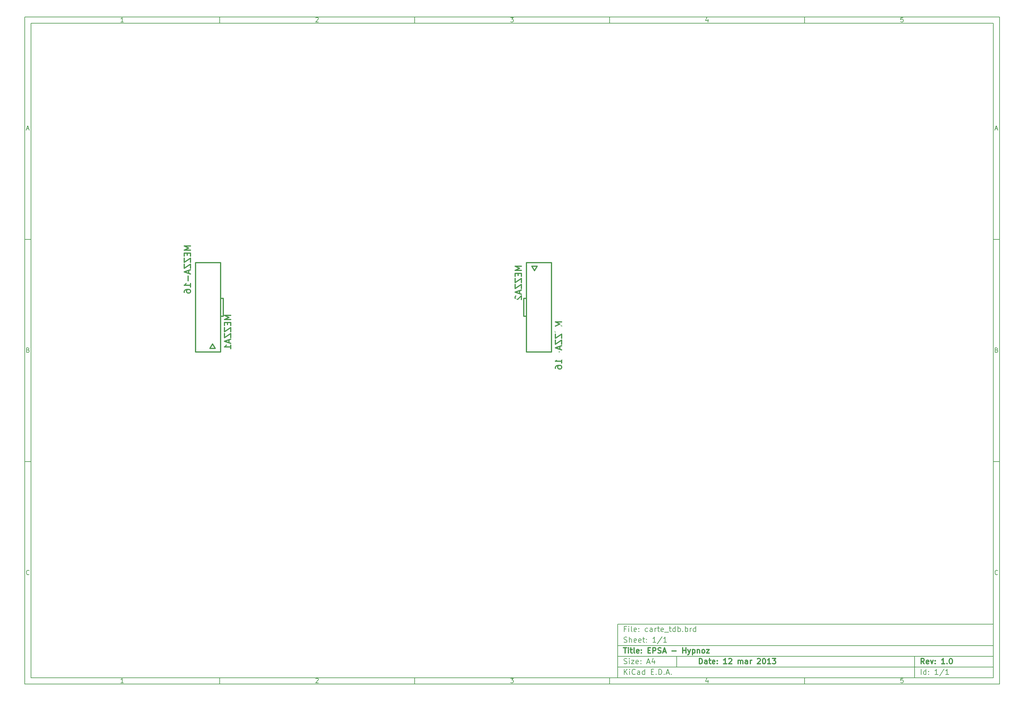
<source format=gbo>
G04 (created by PCBNEW-RS274X (2012-01-19 BZR 3256)-stable) date 12/03/2013 15:54:09*
G01*
G70*
G90*
%MOIN*%
G04 Gerber Fmt 3.4, Leading zero omitted, Abs format*
%FSLAX34Y34*%
G04 APERTURE LIST*
%ADD10C,0.006000*%
%ADD11C,0.012000*%
%ADD12C,0.014000*%
%ADD13C,0.095000*%
%ADD14R,0.095000X0.095000*%
%ADD15R,0.082000X0.110000*%
%ADD16O,0.082000X0.110000*%
%ADD17C,0.235000*%
%ADD18R,0.105000X0.105000*%
%ADD19C,0.105000*%
%ADD20R,0.075000X0.075000*%
%ADD21C,0.085000*%
%ADD22R,0.110000X0.082000*%
%ADD23O,0.110000X0.082000*%
%ADD24R,0.370000X0.370000*%
%ADD25C,0.295600*%
%ADD26R,0.085000X0.085000*%
G04 APERTURE END LIST*
G54D10*
X04000Y-04000D02*
X113000Y-04000D01*
X113000Y-78670D01*
X04000Y-78670D01*
X04000Y-04000D01*
X04700Y-04700D02*
X112300Y-04700D01*
X112300Y-77970D01*
X04700Y-77970D01*
X04700Y-04700D01*
X25800Y-04000D02*
X25800Y-04700D01*
X15043Y-04552D02*
X14757Y-04552D01*
X14900Y-04552D02*
X14900Y-04052D01*
X14852Y-04124D01*
X14805Y-04171D01*
X14757Y-04195D01*
X25800Y-78670D02*
X25800Y-77970D01*
X15043Y-78522D02*
X14757Y-78522D01*
X14900Y-78522D02*
X14900Y-78022D01*
X14852Y-78094D01*
X14805Y-78141D01*
X14757Y-78165D01*
X47600Y-04000D02*
X47600Y-04700D01*
X36557Y-04100D02*
X36581Y-04076D01*
X36629Y-04052D01*
X36748Y-04052D01*
X36795Y-04076D01*
X36819Y-04100D01*
X36843Y-04148D01*
X36843Y-04195D01*
X36819Y-04267D01*
X36533Y-04552D01*
X36843Y-04552D01*
X47600Y-78670D02*
X47600Y-77970D01*
X36557Y-78070D02*
X36581Y-78046D01*
X36629Y-78022D01*
X36748Y-78022D01*
X36795Y-78046D01*
X36819Y-78070D01*
X36843Y-78118D01*
X36843Y-78165D01*
X36819Y-78237D01*
X36533Y-78522D01*
X36843Y-78522D01*
X69400Y-04000D02*
X69400Y-04700D01*
X58333Y-04052D02*
X58643Y-04052D01*
X58476Y-04243D01*
X58548Y-04243D01*
X58595Y-04267D01*
X58619Y-04290D01*
X58643Y-04338D01*
X58643Y-04457D01*
X58619Y-04505D01*
X58595Y-04529D01*
X58548Y-04552D01*
X58405Y-04552D01*
X58357Y-04529D01*
X58333Y-04505D01*
X69400Y-78670D02*
X69400Y-77970D01*
X58333Y-78022D02*
X58643Y-78022D01*
X58476Y-78213D01*
X58548Y-78213D01*
X58595Y-78237D01*
X58619Y-78260D01*
X58643Y-78308D01*
X58643Y-78427D01*
X58619Y-78475D01*
X58595Y-78499D01*
X58548Y-78522D01*
X58405Y-78522D01*
X58357Y-78499D01*
X58333Y-78475D01*
X91200Y-04000D02*
X91200Y-04700D01*
X80395Y-04219D02*
X80395Y-04552D01*
X80276Y-04029D02*
X80157Y-04386D01*
X80467Y-04386D01*
X91200Y-78670D02*
X91200Y-77970D01*
X80395Y-78189D02*
X80395Y-78522D01*
X80276Y-77999D02*
X80157Y-78356D01*
X80467Y-78356D01*
X102219Y-04052D02*
X101981Y-04052D01*
X101957Y-04290D01*
X101981Y-04267D01*
X102029Y-04243D01*
X102148Y-04243D01*
X102195Y-04267D01*
X102219Y-04290D01*
X102243Y-04338D01*
X102243Y-04457D01*
X102219Y-04505D01*
X102195Y-04529D01*
X102148Y-04552D01*
X102029Y-04552D01*
X101981Y-04529D01*
X101957Y-04505D01*
X102219Y-78022D02*
X101981Y-78022D01*
X101957Y-78260D01*
X101981Y-78237D01*
X102029Y-78213D01*
X102148Y-78213D01*
X102195Y-78237D01*
X102219Y-78260D01*
X102243Y-78308D01*
X102243Y-78427D01*
X102219Y-78475D01*
X102195Y-78499D01*
X102148Y-78522D01*
X102029Y-78522D01*
X101981Y-78499D01*
X101957Y-78475D01*
X04000Y-28890D02*
X04700Y-28890D01*
X04231Y-16510D02*
X04469Y-16510D01*
X04184Y-16652D02*
X04350Y-16152D01*
X04517Y-16652D01*
X113000Y-28890D02*
X112300Y-28890D01*
X112531Y-16510D02*
X112769Y-16510D01*
X112484Y-16652D02*
X112650Y-16152D01*
X112817Y-16652D01*
X04000Y-53780D02*
X04700Y-53780D01*
X04386Y-41280D02*
X04457Y-41304D01*
X04481Y-41328D01*
X04505Y-41376D01*
X04505Y-41447D01*
X04481Y-41495D01*
X04457Y-41519D01*
X04410Y-41542D01*
X04219Y-41542D01*
X04219Y-41042D01*
X04386Y-41042D01*
X04433Y-41066D01*
X04457Y-41090D01*
X04481Y-41138D01*
X04481Y-41185D01*
X04457Y-41233D01*
X04433Y-41257D01*
X04386Y-41280D01*
X04219Y-41280D01*
X113000Y-53780D02*
X112300Y-53780D01*
X112686Y-41280D02*
X112757Y-41304D01*
X112781Y-41328D01*
X112805Y-41376D01*
X112805Y-41447D01*
X112781Y-41495D01*
X112757Y-41519D01*
X112710Y-41542D01*
X112519Y-41542D01*
X112519Y-41042D01*
X112686Y-41042D01*
X112733Y-41066D01*
X112757Y-41090D01*
X112781Y-41138D01*
X112781Y-41185D01*
X112757Y-41233D01*
X112733Y-41257D01*
X112686Y-41280D01*
X112519Y-41280D01*
X04505Y-66385D02*
X04481Y-66409D01*
X04410Y-66432D01*
X04362Y-66432D01*
X04290Y-66409D01*
X04243Y-66361D01*
X04219Y-66313D01*
X04195Y-66218D01*
X04195Y-66147D01*
X04219Y-66051D01*
X04243Y-66004D01*
X04290Y-65956D01*
X04362Y-65932D01*
X04410Y-65932D01*
X04481Y-65956D01*
X04505Y-65980D01*
X112805Y-66385D02*
X112781Y-66409D01*
X112710Y-66432D01*
X112662Y-66432D01*
X112590Y-66409D01*
X112543Y-66361D01*
X112519Y-66313D01*
X112495Y-66218D01*
X112495Y-66147D01*
X112519Y-66051D01*
X112543Y-66004D01*
X112590Y-65956D01*
X112662Y-65932D01*
X112710Y-65932D01*
X112781Y-65956D01*
X112805Y-65980D01*
G54D11*
X79443Y-76413D02*
X79443Y-75813D01*
X79586Y-75813D01*
X79671Y-75841D01*
X79729Y-75899D01*
X79757Y-75956D01*
X79786Y-76070D01*
X79786Y-76156D01*
X79757Y-76270D01*
X79729Y-76327D01*
X79671Y-76384D01*
X79586Y-76413D01*
X79443Y-76413D01*
X80300Y-76413D02*
X80300Y-76099D01*
X80271Y-76041D01*
X80214Y-76013D01*
X80100Y-76013D01*
X80043Y-76041D01*
X80300Y-76384D02*
X80243Y-76413D01*
X80100Y-76413D01*
X80043Y-76384D01*
X80014Y-76327D01*
X80014Y-76270D01*
X80043Y-76213D01*
X80100Y-76184D01*
X80243Y-76184D01*
X80300Y-76156D01*
X80500Y-76013D02*
X80729Y-76013D01*
X80586Y-75813D02*
X80586Y-76327D01*
X80614Y-76384D01*
X80672Y-76413D01*
X80729Y-76413D01*
X81157Y-76384D02*
X81100Y-76413D01*
X80986Y-76413D01*
X80929Y-76384D01*
X80900Y-76327D01*
X80900Y-76099D01*
X80929Y-76041D01*
X80986Y-76013D01*
X81100Y-76013D01*
X81157Y-76041D01*
X81186Y-76099D01*
X81186Y-76156D01*
X80900Y-76213D01*
X81443Y-76356D02*
X81471Y-76384D01*
X81443Y-76413D01*
X81414Y-76384D01*
X81443Y-76356D01*
X81443Y-76413D01*
X81443Y-76041D02*
X81471Y-76070D01*
X81443Y-76099D01*
X81414Y-76070D01*
X81443Y-76041D01*
X81443Y-76099D01*
X82500Y-76413D02*
X82157Y-76413D01*
X82329Y-76413D02*
X82329Y-75813D01*
X82272Y-75899D01*
X82214Y-75956D01*
X82157Y-75984D01*
X82728Y-75870D02*
X82757Y-75841D01*
X82814Y-75813D01*
X82957Y-75813D01*
X83014Y-75841D01*
X83043Y-75870D01*
X83071Y-75927D01*
X83071Y-75984D01*
X83043Y-76070D01*
X82700Y-76413D01*
X83071Y-76413D01*
X83785Y-76413D02*
X83785Y-76013D01*
X83785Y-76070D02*
X83813Y-76041D01*
X83871Y-76013D01*
X83956Y-76013D01*
X84013Y-76041D01*
X84042Y-76099D01*
X84042Y-76413D01*
X84042Y-76099D02*
X84071Y-76041D01*
X84128Y-76013D01*
X84213Y-76013D01*
X84271Y-76041D01*
X84299Y-76099D01*
X84299Y-76413D01*
X84842Y-76413D02*
X84842Y-76099D01*
X84813Y-76041D01*
X84756Y-76013D01*
X84642Y-76013D01*
X84585Y-76041D01*
X84842Y-76384D02*
X84785Y-76413D01*
X84642Y-76413D01*
X84585Y-76384D01*
X84556Y-76327D01*
X84556Y-76270D01*
X84585Y-76213D01*
X84642Y-76184D01*
X84785Y-76184D01*
X84842Y-76156D01*
X85128Y-76413D02*
X85128Y-76013D01*
X85128Y-76127D02*
X85156Y-76070D01*
X85185Y-76041D01*
X85242Y-76013D01*
X85299Y-76013D01*
X85927Y-75870D02*
X85956Y-75841D01*
X86013Y-75813D01*
X86156Y-75813D01*
X86213Y-75841D01*
X86242Y-75870D01*
X86270Y-75927D01*
X86270Y-75984D01*
X86242Y-76070D01*
X85899Y-76413D01*
X86270Y-76413D01*
X86641Y-75813D02*
X86698Y-75813D01*
X86755Y-75841D01*
X86784Y-75870D01*
X86813Y-75927D01*
X86841Y-76041D01*
X86841Y-76184D01*
X86813Y-76299D01*
X86784Y-76356D01*
X86755Y-76384D01*
X86698Y-76413D01*
X86641Y-76413D01*
X86584Y-76384D01*
X86555Y-76356D01*
X86527Y-76299D01*
X86498Y-76184D01*
X86498Y-76041D01*
X86527Y-75927D01*
X86555Y-75870D01*
X86584Y-75841D01*
X86641Y-75813D01*
X87412Y-76413D02*
X87069Y-76413D01*
X87241Y-76413D02*
X87241Y-75813D01*
X87184Y-75899D01*
X87126Y-75956D01*
X87069Y-75984D01*
X87612Y-75813D02*
X87983Y-75813D01*
X87783Y-76041D01*
X87869Y-76041D01*
X87926Y-76070D01*
X87955Y-76099D01*
X87983Y-76156D01*
X87983Y-76299D01*
X87955Y-76356D01*
X87926Y-76384D01*
X87869Y-76413D01*
X87697Y-76413D01*
X87640Y-76384D01*
X87612Y-76356D01*
G54D10*
X71043Y-77613D02*
X71043Y-77013D01*
X71386Y-77613D02*
X71129Y-77270D01*
X71386Y-77013D02*
X71043Y-77356D01*
X71643Y-77613D02*
X71643Y-77213D01*
X71643Y-77013D02*
X71614Y-77041D01*
X71643Y-77070D01*
X71671Y-77041D01*
X71643Y-77013D01*
X71643Y-77070D01*
X72272Y-77556D02*
X72243Y-77584D01*
X72157Y-77613D01*
X72100Y-77613D01*
X72015Y-77584D01*
X71957Y-77527D01*
X71929Y-77470D01*
X71900Y-77356D01*
X71900Y-77270D01*
X71929Y-77156D01*
X71957Y-77099D01*
X72015Y-77041D01*
X72100Y-77013D01*
X72157Y-77013D01*
X72243Y-77041D01*
X72272Y-77070D01*
X72786Y-77613D02*
X72786Y-77299D01*
X72757Y-77241D01*
X72700Y-77213D01*
X72586Y-77213D01*
X72529Y-77241D01*
X72786Y-77584D02*
X72729Y-77613D01*
X72586Y-77613D01*
X72529Y-77584D01*
X72500Y-77527D01*
X72500Y-77470D01*
X72529Y-77413D01*
X72586Y-77384D01*
X72729Y-77384D01*
X72786Y-77356D01*
X73329Y-77613D02*
X73329Y-77013D01*
X73329Y-77584D02*
X73272Y-77613D01*
X73158Y-77613D01*
X73100Y-77584D01*
X73072Y-77556D01*
X73043Y-77499D01*
X73043Y-77327D01*
X73072Y-77270D01*
X73100Y-77241D01*
X73158Y-77213D01*
X73272Y-77213D01*
X73329Y-77241D01*
X74072Y-77299D02*
X74272Y-77299D01*
X74358Y-77613D02*
X74072Y-77613D01*
X74072Y-77013D01*
X74358Y-77013D01*
X74615Y-77556D02*
X74643Y-77584D01*
X74615Y-77613D01*
X74586Y-77584D01*
X74615Y-77556D01*
X74615Y-77613D01*
X74901Y-77613D02*
X74901Y-77013D01*
X75044Y-77013D01*
X75129Y-77041D01*
X75187Y-77099D01*
X75215Y-77156D01*
X75244Y-77270D01*
X75244Y-77356D01*
X75215Y-77470D01*
X75187Y-77527D01*
X75129Y-77584D01*
X75044Y-77613D01*
X74901Y-77613D01*
X75501Y-77556D02*
X75529Y-77584D01*
X75501Y-77613D01*
X75472Y-77584D01*
X75501Y-77556D01*
X75501Y-77613D01*
X75758Y-77441D02*
X76044Y-77441D01*
X75701Y-77613D02*
X75901Y-77013D01*
X76101Y-77613D01*
X76301Y-77556D02*
X76329Y-77584D01*
X76301Y-77613D01*
X76272Y-77584D01*
X76301Y-77556D01*
X76301Y-77613D01*
G54D11*
X104586Y-76413D02*
X104386Y-76127D01*
X104243Y-76413D02*
X104243Y-75813D01*
X104471Y-75813D01*
X104529Y-75841D01*
X104557Y-75870D01*
X104586Y-75927D01*
X104586Y-76013D01*
X104557Y-76070D01*
X104529Y-76099D01*
X104471Y-76127D01*
X104243Y-76127D01*
X105071Y-76384D02*
X105014Y-76413D01*
X104900Y-76413D01*
X104843Y-76384D01*
X104814Y-76327D01*
X104814Y-76099D01*
X104843Y-76041D01*
X104900Y-76013D01*
X105014Y-76013D01*
X105071Y-76041D01*
X105100Y-76099D01*
X105100Y-76156D01*
X104814Y-76213D01*
X105300Y-76013D02*
X105443Y-76413D01*
X105585Y-76013D01*
X105814Y-76356D02*
X105842Y-76384D01*
X105814Y-76413D01*
X105785Y-76384D01*
X105814Y-76356D01*
X105814Y-76413D01*
X105814Y-76041D02*
X105842Y-76070D01*
X105814Y-76099D01*
X105785Y-76070D01*
X105814Y-76041D01*
X105814Y-76099D01*
X106871Y-76413D02*
X106528Y-76413D01*
X106700Y-76413D02*
X106700Y-75813D01*
X106643Y-75899D01*
X106585Y-75956D01*
X106528Y-75984D01*
X107128Y-76356D02*
X107156Y-76384D01*
X107128Y-76413D01*
X107099Y-76384D01*
X107128Y-76356D01*
X107128Y-76413D01*
X107528Y-75813D02*
X107585Y-75813D01*
X107642Y-75841D01*
X107671Y-75870D01*
X107700Y-75927D01*
X107728Y-76041D01*
X107728Y-76184D01*
X107700Y-76299D01*
X107671Y-76356D01*
X107642Y-76384D01*
X107585Y-76413D01*
X107528Y-76413D01*
X107471Y-76384D01*
X107442Y-76356D01*
X107414Y-76299D01*
X107385Y-76184D01*
X107385Y-76041D01*
X107414Y-75927D01*
X107442Y-75870D01*
X107471Y-75841D01*
X107528Y-75813D01*
G54D10*
X71014Y-76384D02*
X71100Y-76413D01*
X71243Y-76413D01*
X71300Y-76384D01*
X71329Y-76356D01*
X71357Y-76299D01*
X71357Y-76241D01*
X71329Y-76184D01*
X71300Y-76156D01*
X71243Y-76127D01*
X71129Y-76099D01*
X71071Y-76070D01*
X71043Y-76041D01*
X71014Y-75984D01*
X71014Y-75927D01*
X71043Y-75870D01*
X71071Y-75841D01*
X71129Y-75813D01*
X71271Y-75813D01*
X71357Y-75841D01*
X71614Y-76413D02*
X71614Y-76013D01*
X71614Y-75813D02*
X71585Y-75841D01*
X71614Y-75870D01*
X71642Y-75841D01*
X71614Y-75813D01*
X71614Y-75870D01*
X71843Y-76013D02*
X72157Y-76013D01*
X71843Y-76413D01*
X72157Y-76413D01*
X72614Y-76384D02*
X72557Y-76413D01*
X72443Y-76413D01*
X72386Y-76384D01*
X72357Y-76327D01*
X72357Y-76099D01*
X72386Y-76041D01*
X72443Y-76013D01*
X72557Y-76013D01*
X72614Y-76041D01*
X72643Y-76099D01*
X72643Y-76156D01*
X72357Y-76213D01*
X72900Y-76356D02*
X72928Y-76384D01*
X72900Y-76413D01*
X72871Y-76384D01*
X72900Y-76356D01*
X72900Y-76413D01*
X72900Y-76041D02*
X72928Y-76070D01*
X72900Y-76099D01*
X72871Y-76070D01*
X72900Y-76041D01*
X72900Y-76099D01*
X73614Y-76241D02*
X73900Y-76241D01*
X73557Y-76413D02*
X73757Y-75813D01*
X73957Y-76413D01*
X74414Y-76013D02*
X74414Y-76413D01*
X74271Y-75784D02*
X74128Y-76213D01*
X74500Y-76213D01*
X104243Y-77613D02*
X104243Y-77013D01*
X104786Y-77613D02*
X104786Y-77013D01*
X104786Y-77584D02*
X104729Y-77613D01*
X104615Y-77613D01*
X104557Y-77584D01*
X104529Y-77556D01*
X104500Y-77499D01*
X104500Y-77327D01*
X104529Y-77270D01*
X104557Y-77241D01*
X104615Y-77213D01*
X104729Y-77213D01*
X104786Y-77241D01*
X105072Y-77556D02*
X105100Y-77584D01*
X105072Y-77613D01*
X105043Y-77584D01*
X105072Y-77556D01*
X105072Y-77613D01*
X105072Y-77241D02*
X105100Y-77270D01*
X105072Y-77299D01*
X105043Y-77270D01*
X105072Y-77241D01*
X105072Y-77299D01*
X106129Y-77613D02*
X105786Y-77613D01*
X105958Y-77613D02*
X105958Y-77013D01*
X105901Y-77099D01*
X105843Y-77156D01*
X105786Y-77184D01*
X106814Y-76984D02*
X106300Y-77756D01*
X107329Y-77613D02*
X106986Y-77613D01*
X107158Y-77613D02*
X107158Y-77013D01*
X107101Y-77099D01*
X107043Y-77156D01*
X106986Y-77184D01*
G54D11*
X70957Y-74613D02*
X71300Y-74613D01*
X71129Y-75213D02*
X71129Y-74613D01*
X71500Y-75213D02*
X71500Y-74813D01*
X71500Y-74613D02*
X71471Y-74641D01*
X71500Y-74670D01*
X71528Y-74641D01*
X71500Y-74613D01*
X71500Y-74670D01*
X71700Y-74813D02*
X71929Y-74813D01*
X71786Y-74613D02*
X71786Y-75127D01*
X71814Y-75184D01*
X71872Y-75213D01*
X71929Y-75213D01*
X72215Y-75213D02*
X72157Y-75184D01*
X72129Y-75127D01*
X72129Y-74613D01*
X72671Y-75184D02*
X72614Y-75213D01*
X72500Y-75213D01*
X72443Y-75184D01*
X72414Y-75127D01*
X72414Y-74899D01*
X72443Y-74841D01*
X72500Y-74813D01*
X72614Y-74813D01*
X72671Y-74841D01*
X72700Y-74899D01*
X72700Y-74956D01*
X72414Y-75013D01*
X72957Y-75156D02*
X72985Y-75184D01*
X72957Y-75213D01*
X72928Y-75184D01*
X72957Y-75156D01*
X72957Y-75213D01*
X72957Y-74841D02*
X72985Y-74870D01*
X72957Y-74899D01*
X72928Y-74870D01*
X72957Y-74841D01*
X72957Y-74899D01*
X73700Y-74899D02*
X73900Y-74899D01*
X73986Y-75213D02*
X73700Y-75213D01*
X73700Y-74613D01*
X73986Y-74613D01*
X74243Y-75213D02*
X74243Y-74613D01*
X74471Y-74613D01*
X74529Y-74641D01*
X74557Y-74670D01*
X74586Y-74727D01*
X74586Y-74813D01*
X74557Y-74870D01*
X74529Y-74899D01*
X74471Y-74927D01*
X74243Y-74927D01*
X74814Y-75184D02*
X74900Y-75213D01*
X75043Y-75213D01*
X75100Y-75184D01*
X75129Y-75156D01*
X75157Y-75099D01*
X75157Y-75041D01*
X75129Y-74984D01*
X75100Y-74956D01*
X75043Y-74927D01*
X74929Y-74899D01*
X74871Y-74870D01*
X74843Y-74841D01*
X74814Y-74784D01*
X74814Y-74727D01*
X74843Y-74670D01*
X74871Y-74641D01*
X74929Y-74613D01*
X75071Y-74613D01*
X75157Y-74641D01*
X75385Y-75041D02*
X75671Y-75041D01*
X75328Y-75213D02*
X75528Y-74613D01*
X75728Y-75213D01*
X76385Y-74984D02*
X76842Y-74984D01*
X77585Y-75213D02*
X77585Y-74613D01*
X77585Y-74899D02*
X77928Y-74899D01*
X77928Y-75213D02*
X77928Y-74613D01*
X78157Y-74813D02*
X78300Y-75213D01*
X78442Y-74813D02*
X78300Y-75213D01*
X78242Y-75356D01*
X78214Y-75384D01*
X78157Y-75413D01*
X78671Y-74813D02*
X78671Y-75413D01*
X78671Y-74841D02*
X78728Y-74813D01*
X78842Y-74813D01*
X78899Y-74841D01*
X78928Y-74870D01*
X78957Y-74927D01*
X78957Y-75099D01*
X78928Y-75156D01*
X78899Y-75184D01*
X78842Y-75213D01*
X78728Y-75213D01*
X78671Y-75184D01*
X79214Y-74813D02*
X79214Y-75213D01*
X79214Y-74870D02*
X79242Y-74841D01*
X79300Y-74813D01*
X79385Y-74813D01*
X79442Y-74841D01*
X79471Y-74899D01*
X79471Y-75213D01*
X79843Y-75213D02*
X79785Y-75184D01*
X79757Y-75156D01*
X79728Y-75099D01*
X79728Y-74927D01*
X79757Y-74870D01*
X79785Y-74841D01*
X79843Y-74813D01*
X79928Y-74813D01*
X79985Y-74841D01*
X80014Y-74870D01*
X80043Y-74927D01*
X80043Y-75099D01*
X80014Y-75156D01*
X79985Y-75184D01*
X79928Y-75213D01*
X79843Y-75213D01*
X80243Y-74813D02*
X80557Y-74813D01*
X80243Y-75213D01*
X80557Y-75213D01*
G54D10*
X71243Y-72499D02*
X71043Y-72499D01*
X71043Y-72813D02*
X71043Y-72213D01*
X71329Y-72213D01*
X71557Y-72813D02*
X71557Y-72413D01*
X71557Y-72213D02*
X71528Y-72241D01*
X71557Y-72270D01*
X71585Y-72241D01*
X71557Y-72213D01*
X71557Y-72270D01*
X71929Y-72813D02*
X71871Y-72784D01*
X71843Y-72727D01*
X71843Y-72213D01*
X72385Y-72784D02*
X72328Y-72813D01*
X72214Y-72813D01*
X72157Y-72784D01*
X72128Y-72727D01*
X72128Y-72499D01*
X72157Y-72441D01*
X72214Y-72413D01*
X72328Y-72413D01*
X72385Y-72441D01*
X72414Y-72499D01*
X72414Y-72556D01*
X72128Y-72613D01*
X72671Y-72756D02*
X72699Y-72784D01*
X72671Y-72813D01*
X72642Y-72784D01*
X72671Y-72756D01*
X72671Y-72813D01*
X72671Y-72441D02*
X72699Y-72470D01*
X72671Y-72499D01*
X72642Y-72470D01*
X72671Y-72441D01*
X72671Y-72499D01*
X73671Y-72784D02*
X73614Y-72813D01*
X73500Y-72813D01*
X73442Y-72784D01*
X73414Y-72756D01*
X73385Y-72699D01*
X73385Y-72527D01*
X73414Y-72470D01*
X73442Y-72441D01*
X73500Y-72413D01*
X73614Y-72413D01*
X73671Y-72441D01*
X74185Y-72813D02*
X74185Y-72499D01*
X74156Y-72441D01*
X74099Y-72413D01*
X73985Y-72413D01*
X73928Y-72441D01*
X74185Y-72784D02*
X74128Y-72813D01*
X73985Y-72813D01*
X73928Y-72784D01*
X73899Y-72727D01*
X73899Y-72670D01*
X73928Y-72613D01*
X73985Y-72584D01*
X74128Y-72584D01*
X74185Y-72556D01*
X74471Y-72813D02*
X74471Y-72413D01*
X74471Y-72527D02*
X74499Y-72470D01*
X74528Y-72441D01*
X74585Y-72413D01*
X74642Y-72413D01*
X74756Y-72413D02*
X74985Y-72413D01*
X74842Y-72213D02*
X74842Y-72727D01*
X74870Y-72784D01*
X74928Y-72813D01*
X74985Y-72813D01*
X75413Y-72784D02*
X75356Y-72813D01*
X75242Y-72813D01*
X75185Y-72784D01*
X75156Y-72727D01*
X75156Y-72499D01*
X75185Y-72441D01*
X75242Y-72413D01*
X75356Y-72413D01*
X75413Y-72441D01*
X75442Y-72499D01*
X75442Y-72556D01*
X75156Y-72613D01*
X75556Y-72870D02*
X76013Y-72870D01*
X76070Y-72413D02*
X76299Y-72413D01*
X76156Y-72213D02*
X76156Y-72727D01*
X76184Y-72784D01*
X76242Y-72813D01*
X76299Y-72813D01*
X76756Y-72813D02*
X76756Y-72213D01*
X76756Y-72784D02*
X76699Y-72813D01*
X76585Y-72813D01*
X76527Y-72784D01*
X76499Y-72756D01*
X76470Y-72699D01*
X76470Y-72527D01*
X76499Y-72470D01*
X76527Y-72441D01*
X76585Y-72413D01*
X76699Y-72413D01*
X76756Y-72441D01*
X77042Y-72813D02*
X77042Y-72213D01*
X77042Y-72441D02*
X77099Y-72413D01*
X77213Y-72413D01*
X77270Y-72441D01*
X77299Y-72470D01*
X77328Y-72527D01*
X77328Y-72699D01*
X77299Y-72756D01*
X77270Y-72784D01*
X77213Y-72813D01*
X77099Y-72813D01*
X77042Y-72784D01*
X77585Y-72756D02*
X77613Y-72784D01*
X77585Y-72813D01*
X77556Y-72784D01*
X77585Y-72756D01*
X77585Y-72813D01*
X77871Y-72813D02*
X77871Y-72213D01*
X77871Y-72441D02*
X77928Y-72413D01*
X78042Y-72413D01*
X78099Y-72441D01*
X78128Y-72470D01*
X78157Y-72527D01*
X78157Y-72699D01*
X78128Y-72756D01*
X78099Y-72784D01*
X78042Y-72813D01*
X77928Y-72813D01*
X77871Y-72784D01*
X78414Y-72813D02*
X78414Y-72413D01*
X78414Y-72527D02*
X78442Y-72470D01*
X78471Y-72441D01*
X78528Y-72413D01*
X78585Y-72413D01*
X79042Y-72813D02*
X79042Y-72213D01*
X79042Y-72784D02*
X78985Y-72813D01*
X78871Y-72813D01*
X78813Y-72784D01*
X78785Y-72756D01*
X78756Y-72699D01*
X78756Y-72527D01*
X78785Y-72470D01*
X78813Y-72441D01*
X78871Y-72413D01*
X78985Y-72413D01*
X79042Y-72441D01*
X71014Y-73984D02*
X71100Y-74013D01*
X71243Y-74013D01*
X71300Y-73984D01*
X71329Y-73956D01*
X71357Y-73899D01*
X71357Y-73841D01*
X71329Y-73784D01*
X71300Y-73756D01*
X71243Y-73727D01*
X71129Y-73699D01*
X71071Y-73670D01*
X71043Y-73641D01*
X71014Y-73584D01*
X71014Y-73527D01*
X71043Y-73470D01*
X71071Y-73441D01*
X71129Y-73413D01*
X71271Y-73413D01*
X71357Y-73441D01*
X71614Y-74013D02*
X71614Y-73413D01*
X71871Y-74013D02*
X71871Y-73699D01*
X71842Y-73641D01*
X71785Y-73613D01*
X71700Y-73613D01*
X71642Y-73641D01*
X71614Y-73670D01*
X72385Y-73984D02*
X72328Y-74013D01*
X72214Y-74013D01*
X72157Y-73984D01*
X72128Y-73927D01*
X72128Y-73699D01*
X72157Y-73641D01*
X72214Y-73613D01*
X72328Y-73613D01*
X72385Y-73641D01*
X72414Y-73699D01*
X72414Y-73756D01*
X72128Y-73813D01*
X72899Y-73984D02*
X72842Y-74013D01*
X72728Y-74013D01*
X72671Y-73984D01*
X72642Y-73927D01*
X72642Y-73699D01*
X72671Y-73641D01*
X72728Y-73613D01*
X72842Y-73613D01*
X72899Y-73641D01*
X72928Y-73699D01*
X72928Y-73756D01*
X72642Y-73813D01*
X73099Y-73613D02*
X73328Y-73613D01*
X73185Y-73413D02*
X73185Y-73927D01*
X73213Y-73984D01*
X73271Y-74013D01*
X73328Y-74013D01*
X73528Y-73956D02*
X73556Y-73984D01*
X73528Y-74013D01*
X73499Y-73984D01*
X73528Y-73956D01*
X73528Y-74013D01*
X73528Y-73641D02*
X73556Y-73670D01*
X73528Y-73699D01*
X73499Y-73670D01*
X73528Y-73641D01*
X73528Y-73699D01*
X74585Y-74013D02*
X74242Y-74013D01*
X74414Y-74013D02*
X74414Y-73413D01*
X74357Y-73499D01*
X74299Y-73556D01*
X74242Y-73584D01*
X75270Y-73384D02*
X74756Y-74156D01*
X75785Y-74013D02*
X75442Y-74013D01*
X75614Y-74013D02*
X75614Y-73413D01*
X75557Y-73499D01*
X75499Y-73556D01*
X75442Y-73584D01*
X70300Y-71970D02*
X70300Y-77970D01*
X70300Y-71970D02*
X112300Y-71970D01*
X70300Y-71970D02*
X112300Y-71970D01*
X70300Y-74370D02*
X112300Y-74370D01*
X103500Y-75570D02*
X103500Y-77970D01*
X70300Y-76770D02*
X112300Y-76770D01*
X70300Y-75570D02*
X112300Y-75570D01*
X76900Y-75570D02*
X76900Y-76770D01*
G54D12*
X25900Y-37500D02*
X26200Y-37500D01*
X26200Y-37500D02*
X26200Y-35500D01*
X26200Y-35500D02*
X25900Y-35500D01*
X25900Y-37500D02*
X25900Y-35500D01*
X25900Y-37500D02*
X25900Y-41500D01*
X25900Y-41500D02*
X23100Y-41500D01*
X23100Y-41500D02*
X23100Y-31500D01*
X23100Y-31500D02*
X25900Y-31500D01*
X25900Y-31500D02*
X25900Y-35500D01*
X25000Y-40600D02*
X24700Y-41100D01*
X24700Y-41100D02*
X25300Y-41100D01*
X25300Y-41100D02*
X25000Y-40600D01*
X60100Y-35500D02*
X59800Y-35500D01*
X59800Y-35500D02*
X59800Y-37500D01*
X59800Y-37500D02*
X60100Y-37500D01*
X60100Y-35500D02*
X60100Y-37500D01*
X60100Y-35500D02*
X60100Y-31500D01*
X60100Y-31500D02*
X62900Y-31500D01*
X62900Y-31500D02*
X62900Y-41500D01*
X62900Y-41500D02*
X60100Y-41500D01*
X60100Y-41500D02*
X60100Y-37500D01*
X61000Y-32400D02*
X61300Y-31900D01*
X61300Y-31900D02*
X60700Y-31900D01*
X60700Y-31900D02*
X61000Y-32400D01*
G54D11*
X27033Y-37400D02*
X26333Y-37400D01*
X26833Y-37633D01*
X26333Y-37866D01*
X27033Y-37866D01*
X26667Y-38200D02*
X26667Y-38433D01*
X27033Y-38533D02*
X27033Y-38200D01*
X26333Y-38200D01*
X26333Y-38533D01*
X26333Y-38766D02*
X26333Y-39233D01*
X27033Y-38766D01*
X27033Y-39233D01*
X26333Y-39433D02*
X26333Y-39900D01*
X27033Y-39433D01*
X27033Y-39900D01*
X26833Y-40133D02*
X26833Y-40467D01*
X27033Y-40067D02*
X26333Y-40300D01*
X27033Y-40533D01*
X27033Y-41133D02*
X27033Y-40733D01*
X27033Y-40933D02*
X26333Y-40933D01*
X26433Y-40867D01*
X26500Y-40800D01*
X26533Y-40733D01*
X22533Y-29633D02*
X21833Y-29633D01*
X22333Y-29866D01*
X21833Y-30099D01*
X22533Y-30099D01*
X22167Y-30433D02*
X22167Y-30666D01*
X22533Y-30766D02*
X22533Y-30433D01*
X21833Y-30433D01*
X21833Y-30766D01*
X21833Y-30999D02*
X21833Y-31466D01*
X22533Y-30999D01*
X22533Y-31466D01*
X21833Y-31666D02*
X21833Y-32133D01*
X22533Y-31666D01*
X22533Y-32133D01*
X22333Y-32366D02*
X22333Y-32700D01*
X22533Y-32300D02*
X21833Y-32533D01*
X22533Y-32766D01*
X22267Y-33000D02*
X22267Y-33533D01*
X22533Y-34233D02*
X22533Y-33833D01*
X22533Y-34033D02*
X21833Y-34033D01*
X21933Y-33967D01*
X22000Y-33900D01*
X22033Y-33833D01*
X21833Y-34834D02*
X21833Y-34700D01*
X21867Y-34634D01*
X21900Y-34600D01*
X22000Y-34534D01*
X22133Y-34500D01*
X22400Y-34500D01*
X22467Y-34534D01*
X22500Y-34567D01*
X22533Y-34634D01*
X22533Y-34767D01*
X22500Y-34834D01*
X22467Y-34867D01*
X22400Y-34900D01*
X22233Y-34900D01*
X22167Y-34867D01*
X22133Y-34834D01*
X22100Y-34767D01*
X22100Y-34634D01*
X22133Y-34567D01*
X22167Y-34534D01*
X22233Y-34500D01*
X59533Y-31900D02*
X58833Y-31900D01*
X59333Y-32133D01*
X58833Y-32366D01*
X59533Y-32366D01*
X59167Y-32700D02*
X59167Y-32933D01*
X59533Y-33033D02*
X59533Y-32700D01*
X58833Y-32700D01*
X58833Y-33033D01*
X58833Y-33266D02*
X58833Y-33733D01*
X59533Y-33266D01*
X59533Y-33733D01*
X58833Y-33933D02*
X58833Y-34400D01*
X59533Y-33933D01*
X59533Y-34400D01*
X59333Y-34633D02*
X59333Y-34967D01*
X59533Y-34567D02*
X58833Y-34800D01*
X59533Y-35033D01*
X58900Y-35233D02*
X58867Y-35267D01*
X58833Y-35333D01*
X58833Y-35500D01*
X58867Y-35567D01*
X58900Y-35600D01*
X58967Y-35633D01*
X59033Y-35633D01*
X59133Y-35600D01*
X59533Y-35200D01*
X59533Y-35633D01*
X64033Y-38133D02*
X63333Y-38133D01*
X63833Y-38366D01*
X63333Y-38599D01*
X64033Y-38599D01*
X63667Y-38933D02*
X63667Y-39166D01*
X64033Y-39266D02*
X64033Y-38933D01*
X63333Y-38933D01*
X63333Y-39266D01*
X63333Y-39499D02*
X63333Y-39966D01*
X64033Y-39499D01*
X64033Y-39966D01*
X63333Y-40166D02*
X63333Y-40633D01*
X64033Y-40166D01*
X64033Y-40633D01*
X63833Y-40866D02*
X63833Y-41200D01*
X64033Y-40800D02*
X63333Y-41033D01*
X64033Y-41266D01*
X63767Y-41500D02*
X63767Y-42033D01*
X64033Y-42733D02*
X64033Y-42333D01*
X64033Y-42533D02*
X63333Y-42533D01*
X63433Y-42467D01*
X63500Y-42400D01*
X63533Y-42333D01*
X63333Y-43334D02*
X63333Y-43200D01*
X63367Y-43134D01*
X63400Y-43100D01*
X63500Y-43034D01*
X63633Y-43000D01*
X63900Y-43000D01*
X63967Y-43034D01*
X64000Y-43067D01*
X64033Y-43134D01*
X64033Y-43267D01*
X64000Y-43334D01*
X63967Y-43367D01*
X63900Y-43400D01*
X63733Y-43400D01*
X63667Y-43367D01*
X63633Y-43334D01*
X63600Y-43267D01*
X63600Y-43134D01*
X63633Y-43067D01*
X63667Y-43034D01*
X63733Y-43000D01*
%LPC*%
G54D13*
X27500Y-24000D03*
X28500Y-24000D03*
X45250Y-43250D03*
X45250Y-42250D03*
X37250Y-37250D03*
X38250Y-37250D03*
G54D14*
X43500Y-42250D03*
G54D13*
X43500Y-43250D03*
G54D14*
X37250Y-38750D03*
G54D13*
X37250Y-39750D03*
G54D15*
X47000Y-44250D03*
G54D16*
X48000Y-44250D03*
X49000Y-44250D03*
X50000Y-44250D03*
X51000Y-44250D03*
X52000Y-44250D03*
X53000Y-44250D03*
X53000Y-41250D03*
X52000Y-41250D03*
X51000Y-41250D03*
X50000Y-41250D03*
X49000Y-41250D03*
X48000Y-41250D03*
X47000Y-41250D03*
G54D17*
X24500Y-43500D03*
X24500Y-29500D03*
G54D18*
X25000Y-40000D03*
G54D19*
X24000Y-40000D03*
X25000Y-39000D03*
X24000Y-39000D03*
X25000Y-38000D03*
X24000Y-38000D03*
X25000Y-37000D03*
X24000Y-37000D03*
X25000Y-36000D03*
X24000Y-36000D03*
X25000Y-35000D03*
X24000Y-35000D03*
X25000Y-34000D03*
X24000Y-34000D03*
X25000Y-33000D03*
X24000Y-33000D03*
G54D17*
X61500Y-29500D03*
X61500Y-43500D03*
G54D18*
X61000Y-33000D03*
G54D19*
X62000Y-33000D03*
X61000Y-34000D03*
X62000Y-34000D03*
X61000Y-35000D03*
X62000Y-35000D03*
X61000Y-36000D03*
X62000Y-36000D03*
X61000Y-37000D03*
X62000Y-37000D03*
X61000Y-38000D03*
X62000Y-38000D03*
X61000Y-39000D03*
X62000Y-39000D03*
X61000Y-40000D03*
X62000Y-40000D03*
G54D14*
X44500Y-50500D03*
G54D13*
X45500Y-50500D03*
G54D14*
X52000Y-50500D03*
G54D13*
X53000Y-50500D03*
G54D14*
X43250Y-22000D03*
G54D13*
X42250Y-22000D03*
G54D14*
X34000Y-22000D03*
G54D13*
X33000Y-22000D03*
G54D14*
X45750Y-22000D03*
G54D13*
X44750Y-22000D03*
G54D14*
X40750Y-22000D03*
G54D13*
X39750Y-22000D03*
G54D14*
X26000Y-22000D03*
G54D13*
X25000Y-22000D03*
G54D14*
X28500Y-22000D03*
G54D13*
X27500Y-22000D03*
G54D14*
X64000Y-26500D03*
G54D13*
X64000Y-25500D03*
X58000Y-22000D03*
X59000Y-22000D03*
G54D14*
X61000Y-22000D03*
G54D13*
X60000Y-22000D03*
X58000Y-27750D03*
X55000Y-27750D03*
X35000Y-35000D03*
X32000Y-35000D03*
X56000Y-24500D03*
X59000Y-24500D03*
X57000Y-25500D03*
X60000Y-25500D03*
X35000Y-37500D03*
X32000Y-37500D03*
X41750Y-46000D03*
X38750Y-46000D03*
X41750Y-47250D03*
X38750Y-47250D03*
X57000Y-28750D03*
X54000Y-28750D03*
X41750Y-48500D03*
X38750Y-48500D03*
X30500Y-25250D03*
X27500Y-25250D03*
X26000Y-25250D03*
X23000Y-25250D03*
X58000Y-26500D03*
X61000Y-26500D03*
X35000Y-36250D03*
X32000Y-36250D03*
X33000Y-24000D03*
X34000Y-24000D03*
X53000Y-22000D03*
X54000Y-22000D03*
G54D14*
X56000Y-22000D03*
G54D13*
X55000Y-22000D03*
X56500Y-44500D03*
X56500Y-45500D03*
G54D14*
X56500Y-47500D03*
G54D13*
X56500Y-46500D03*
G54D14*
X31500Y-22000D03*
G54D13*
X30500Y-22000D03*
G54D14*
X48250Y-22000D03*
G54D13*
X47250Y-22000D03*
X36750Y-50250D03*
X35750Y-50250D03*
X37750Y-50250D03*
X38750Y-50250D03*
X34750Y-50250D03*
X33750Y-50250D03*
G54D14*
X31750Y-50250D03*
G54D13*
X32750Y-50250D03*
G54D14*
X51000Y-22000D03*
G54D13*
X50000Y-22000D03*
G54D14*
X48250Y-50500D03*
G54D13*
X49250Y-50500D03*
G54D20*
X43250Y-26500D03*
G54D21*
X42250Y-26500D03*
X42250Y-27500D03*
G54D20*
X40750Y-24500D03*
G54D21*
X39750Y-24500D03*
X39750Y-25500D03*
G54D20*
X45750Y-24500D03*
G54D21*
X44750Y-24500D03*
X44750Y-25500D03*
G54D20*
X48250Y-26500D03*
G54D21*
X47250Y-26500D03*
X47250Y-27500D03*
G54D20*
X44500Y-47500D03*
G54D21*
X43500Y-47500D03*
X43500Y-48500D03*
G54D20*
X52000Y-47500D03*
G54D21*
X51000Y-47500D03*
X51000Y-48500D03*
G54D20*
X51000Y-24500D03*
G54D21*
X50000Y-24500D03*
X50000Y-25500D03*
G54D20*
X48250Y-47500D03*
G54D21*
X47250Y-47500D03*
X47250Y-48500D03*
G54D22*
X42750Y-36750D03*
G54D23*
X42750Y-35750D03*
X42750Y-34750D03*
X42750Y-33750D03*
X42750Y-32750D03*
X42750Y-31750D03*
X42750Y-30750D03*
X39750Y-30750D03*
X39750Y-31750D03*
X39750Y-32750D03*
X39750Y-33750D03*
X39750Y-34750D03*
X39750Y-35750D03*
X39750Y-36750D03*
G54D22*
X32000Y-39250D03*
G54D23*
X32000Y-40250D03*
X32000Y-41250D03*
X32000Y-42250D03*
X32000Y-43250D03*
X32000Y-44250D03*
X32000Y-45250D03*
X32000Y-46250D03*
X35000Y-46250D03*
X35000Y-45250D03*
X35000Y-44250D03*
X35000Y-43250D03*
X35000Y-42250D03*
X35000Y-41250D03*
X35000Y-40250D03*
X35000Y-39250D03*
G54D13*
X39000Y-39750D03*
X39000Y-38750D03*
X31250Y-30000D03*
X31250Y-29000D03*
G54D14*
X29500Y-29000D03*
G54D13*
X29500Y-30000D03*
G54D14*
X34750Y-26000D03*
G54D13*
X35750Y-26000D03*
G54D14*
X37750Y-35750D03*
G54D13*
X37750Y-34750D03*
G54D15*
X32750Y-31000D03*
G54D16*
X33750Y-31000D03*
X34750Y-31000D03*
X35750Y-31000D03*
X35750Y-28000D03*
X34750Y-28000D03*
X33750Y-28000D03*
X32750Y-28000D03*
G54D13*
X30750Y-26750D03*
X33750Y-26750D03*
X35000Y-32500D03*
X32000Y-32500D03*
X50000Y-38000D03*
X50000Y-37000D03*
X50000Y-32000D03*
X49000Y-32000D03*
G54D24*
X55500Y-34250D03*
G54D13*
X49000Y-33250D03*
G54D14*
X49000Y-34250D03*
G54D13*
X49000Y-35250D03*
G54D14*
X64000Y-44250D03*
G54D13*
X65000Y-44250D03*
G54D25*
X22500Y-50000D03*
X22500Y-22500D03*
X63500Y-22500D03*
X55000Y-50000D03*
G54D13*
X37000Y-28500D03*
X37000Y-26500D03*
X29750Y-43250D03*
X29750Y-44250D03*
G54D14*
X29750Y-46250D03*
G54D13*
X29750Y-45250D03*
G54D26*
X46000Y-33250D03*
G54D21*
X46000Y-34250D03*
G54D26*
X47750Y-37000D03*
G54D21*
X47750Y-38000D03*
G54D13*
X47000Y-32000D03*
X27250Y-29000D03*
X37250Y-32500D03*
X45250Y-37250D03*
X53000Y-48750D03*
X46500Y-51000D03*
X50250Y-51000D03*
X52000Y-25750D03*
X63750Y-42000D03*
X29500Y-27250D03*
X22500Y-27000D03*
X60000Y-27500D03*
X40500Y-29000D03*
X58750Y-29250D03*
X57750Y-30500D03*
X36250Y-46250D03*
X29750Y-47500D03*
X27250Y-43500D03*
X28250Y-41500D03*
X56000Y-40000D03*
X55750Y-43000D03*
X54750Y-42750D03*
X51750Y-29250D03*
X49500Y-28250D03*
X58750Y-36000D03*
X51000Y-26000D03*
X43250Y-28000D03*
X56000Y-26250D03*
X45250Y-27250D03*
X27250Y-31000D03*
X40000Y-27250D03*
X54000Y-44500D03*
X63750Y-39000D03*
X54000Y-47500D03*
X37500Y-45250D03*
X41000Y-41750D03*
X36500Y-23500D03*
X58250Y-41750D03*
X27500Y-27250D03*
M02*

</source>
